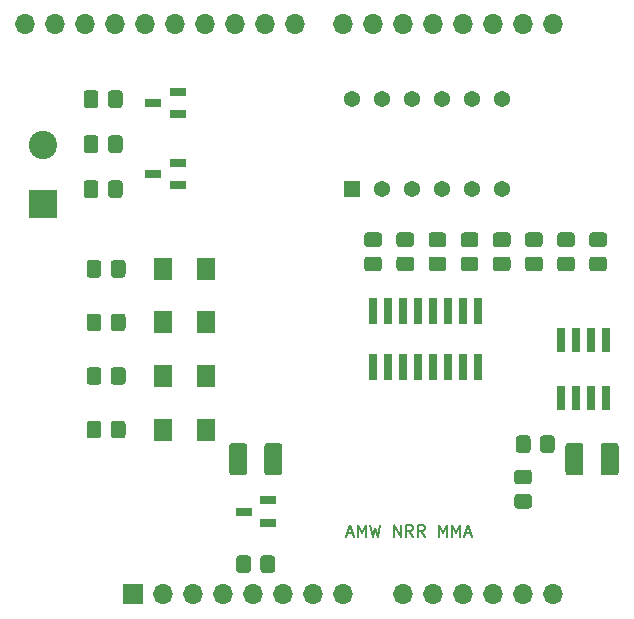
<source format=gbr>
%TF.GenerationSoftware,KiCad,Pcbnew,(5.1.6)-1*%
%TF.CreationDate,2020-09-19T20:41:12-05:00*%
%TF.ProjectId,voltmeter,766f6c74-6d65-4746-9572-2e6b69636164,rev?*%
%TF.SameCoordinates,Original*%
%TF.FileFunction,Soldermask,Top*%
%TF.FilePolarity,Negative*%
%FSLAX46Y46*%
G04 Gerber Fmt 4.6, Leading zero omitted, Abs format (unit mm)*
G04 Created by KiCad (PCBNEW (5.1.6)-1) date 2020-09-19 20:41:12*
%MOMM*%
%LPD*%
G01*
G04 APERTURE LIST*
%ADD10C,0.150000*%
%ADD11C,1.371600*%
%ADD12R,1.371600X1.371600*%
%ADD13O,1.701600X1.701600*%
%ADD14R,1.701600X1.701600*%
%ADD15R,1.440000X0.740000*%
%ADD16R,0.660400X2.082800*%
%ADD17R,0.660400X2.286000*%
%ADD18C,2.401600*%
%ADD19R,2.401600X2.401600*%
%ADD20R,1.601600X1.901600*%
G04 APERTURE END LIST*
D10*
X143859904Y-123102666D02*
X144336095Y-123102666D01*
X143764666Y-123388380D02*
X144098000Y-122388380D01*
X144431333Y-123388380D01*
X144764666Y-123388380D02*
X144764666Y-122388380D01*
X145098000Y-123102666D01*
X145431333Y-122388380D01*
X145431333Y-123388380D01*
X145812285Y-122388380D02*
X146050380Y-123388380D01*
X146240857Y-122674095D01*
X146431333Y-123388380D01*
X146669428Y-122388380D01*
X147812285Y-123388380D02*
X147812285Y-122388380D01*
X148383714Y-123388380D01*
X148383714Y-122388380D01*
X149431333Y-123388380D02*
X149098000Y-122912190D01*
X148859904Y-123388380D02*
X148859904Y-122388380D01*
X149240857Y-122388380D01*
X149336095Y-122436000D01*
X149383714Y-122483619D01*
X149431333Y-122578857D01*
X149431333Y-122721714D01*
X149383714Y-122816952D01*
X149336095Y-122864571D01*
X149240857Y-122912190D01*
X148859904Y-122912190D01*
X150431333Y-123388380D02*
X150098000Y-122912190D01*
X149859904Y-123388380D02*
X149859904Y-122388380D01*
X150240857Y-122388380D01*
X150336095Y-122436000D01*
X150383714Y-122483619D01*
X150431333Y-122578857D01*
X150431333Y-122721714D01*
X150383714Y-122816952D01*
X150336095Y-122864571D01*
X150240857Y-122912190D01*
X149859904Y-122912190D01*
X151621809Y-123388380D02*
X151621809Y-122388380D01*
X151955142Y-123102666D01*
X152288476Y-122388380D01*
X152288476Y-123388380D01*
X152764666Y-123388380D02*
X152764666Y-122388380D01*
X153098000Y-123102666D01*
X153431333Y-122388380D01*
X153431333Y-123388380D01*
X153859904Y-123102666D02*
X154336095Y-123102666D01*
X153764666Y-123388380D02*
X154098000Y-122388380D01*
X154431333Y-123388380D01*
%TO.C,C3*%
G36*
G01*
X163858800Y-115732025D02*
X163858800Y-117947975D01*
G75*
G02*
X163590975Y-118215800I-267825J0D01*
G01*
X162600025Y-118215800D01*
G75*
G02*
X162332200Y-117947975I0J267825D01*
G01*
X162332200Y-115732025D01*
G75*
G02*
X162600025Y-115464200I267825J0D01*
G01*
X163590975Y-115464200D01*
G75*
G02*
X163858800Y-115732025I0J-267825D01*
G01*
G37*
G36*
G01*
X166833800Y-115732025D02*
X166833800Y-117947975D01*
G75*
G02*
X166565975Y-118215800I-267825J0D01*
G01*
X165575025Y-118215800D01*
G75*
G02*
X165307200Y-117947975I0J267825D01*
G01*
X165307200Y-115732025D01*
G75*
G02*
X165575025Y-115464200I267825J0D01*
G01*
X166565975Y-115464200D01*
G75*
G02*
X166833800Y-115732025I0J-267825D01*
G01*
G37*
%TD*%
%TO.C,C2*%
G36*
G01*
X135386801Y-115732025D02*
X135386801Y-117947975D01*
G75*
G02*
X135118976Y-118215800I-267825J0D01*
G01*
X134128026Y-118215800D01*
G75*
G02*
X133860201Y-117947975I0J267825D01*
G01*
X133860201Y-115732025D01*
G75*
G02*
X134128026Y-115464200I267825J0D01*
G01*
X135118976Y-115464200D01*
G75*
G02*
X135386801Y-115732025I0J-267825D01*
G01*
G37*
G36*
G01*
X138361801Y-115732025D02*
X138361801Y-117947975D01*
G75*
G02*
X138093976Y-118215800I-267825J0D01*
G01*
X137103026Y-118215800D01*
G75*
G02*
X136835201Y-117947975I0J267825D01*
G01*
X136835201Y-115732025D01*
G75*
G02*
X137103026Y-115464200I267825J0D01*
G01*
X138093976Y-115464200D01*
G75*
G02*
X138361801Y-115732025I0J-267825D01*
G01*
G37*
%TD*%
D11*
%TO.C,LED0*%
X144272000Y-86360000D03*
X146812000Y-86360000D03*
X149352000Y-86360000D03*
X151892000Y-86360000D03*
X154432000Y-86360000D03*
X156972000Y-86360000D03*
X156972000Y-93980000D03*
X154432000Y-93980000D03*
X151892000Y-93980000D03*
X149352000Y-93980000D03*
X146812000Y-93980000D03*
D12*
X144272000Y-93980000D03*
%TD*%
D13*
%TO.C,A0*%
X158750000Y-80010000D03*
X161290000Y-80010000D03*
X121670000Y-80010000D03*
X161290000Y-128270000D03*
X124210000Y-80010000D03*
X158750000Y-128270000D03*
X126750000Y-80010000D03*
X156210000Y-128270000D03*
X129290000Y-80010000D03*
X153670000Y-128270000D03*
X131830000Y-80010000D03*
X151130000Y-128270000D03*
X134370000Y-80010000D03*
X148590000Y-128270000D03*
X136910000Y-80010000D03*
X143510000Y-128270000D03*
X139450000Y-80010000D03*
X140970000Y-128270000D03*
X143510000Y-80010000D03*
X138430000Y-128270000D03*
X146050000Y-80010000D03*
X135890000Y-128270000D03*
X148590000Y-80010000D03*
X133350000Y-128270000D03*
X151130000Y-80010000D03*
X130810000Y-128270000D03*
X153670000Y-80010000D03*
X128270000Y-128270000D03*
X156210000Y-80010000D03*
D14*
X125730000Y-128270000D03*
D13*
X119130000Y-80010000D03*
X116590000Y-80010000D03*
%TD*%
D15*
%TO.C,VR1*%
X137186001Y-122235000D03*
X137186001Y-120335000D03*
X135086001Y-121285000D03*
%TD*%
D16*
%TO.C,U2*%
X165735000Y-111683800D03*
X164465000Y-111683800D03*
X163195000Y-111683800D03*
X161925000Y-111683800D03*
X161925000Y-106756200D03*
X163195000Y-106756200D03*
X164465000Y-106756200D03*
X165735000Y-106756200D03*
%TD*%
D17*
%TO.C,U1*%
X154940000Y-109042200D03*
X153670000Y-109042200D03*
X152400000Y-109042200D03*
X151130000Y-109042200D03*
X149860000Y-109042200D03*
X148590000Y-109042200D03*
X147320000Y-109042200D03*
X146050000Y-109042200D03*
X146050000Y-104317800D03*
X147320000Y-104317800D03*
X148590000Y-104317800D03*
X149860000Y-104317800D03*
X151130000Y-104317800D03*
X152400000Y-104317800D03*
X153670000Y-104317800D03*
X154940000Y-104317800D03*
%TD*%
%TO.C,R16*%
G36*
G01*
X123035800Y-113853188D02*
X123035800Y-114810616D01*
G75*
G02*
X122763714Y-115082702I-272086J0D01*
G01*
X122056286Y-115082702D01*
G75*
G02*
X121784200Y-114810616I0J272086D01*
G01*
X121784200Y-113853188D01*
G75*
G02*
X122056286Y-113581102I272086J0D01*
G01*
X122763714Y-113581102D01*
G75*
G02*
X123035800Y-113853188I0J-272086D01*
G01*
G37*
G36*
G01*
X125085800Y-113853188D02*
X125085800Y-114810616D01*
G75*
G02*
X124813714Y-115082702I-272086J0D01*
G01*
X124106286Y-115082702D01*
G75*
G02*
X123834200Y-114810616I0J272086D01*
G01*
X123834200Y-113853188D01*
G75*
G02*
X124106286Y-113581102I272086J0D01*
G01*
X124813714Y-113581102D01*
G75*
G02*
X125085800Y-113853188I0J-272086D01*
G01*
G37*
%TD*%
%TO.C,R15*%
G36*
G01*
X123035800Y-109316363D02*
X123035800Y-110273791D01*
G75*
G02*
X122763714Y-110545877I-272086J0D01*
G01*
X122056286Y-110545877D01*
G75*
G02*
X121784200Y-110273791I0J272086D01*
G01*
X121784200Y-109316363D01*
G75*
G02*
X122056286Y-109044277I272086J0D01*
G01*
X122763714Y-109044277D01*
G75*
G02*
X123035800Y-109316363I0J-272086D01*
G01*
G37*
G36*
G01*
X125085800Y-109316363D02*
X125085800Y-110273791D01*
G75*
G02*
X124813714Y-110545877I-272086J0D01*
G01*
X124106286Y-110545877D01*
G75*
G02*
X123834200Y-110273791I0J272086D01*
G01*
X123834200Y-109316363D01*
G75*
G02*
X124106286Y-109044277I272086J0D01*
G01*
X124813714Y-109044277D01*
G75*
G02*
X125085800Y-109316363I0J-272086D01*
G01*
G37*
%TD*%
%TO.C,R14*%
G36*
G01*
X123035800Y-100242713D02*
X123035800Y-101200141D01*
G75*
G02*
X122763714Y-101472227I-272086J0D01*
G01*
X122056286Y-101472227D01*
G75*
G02*
X121784200Y-101200141I0J272086D01*
G01*
X121784200Y-100242713D01*
G75*
G02*
X122056286Y-99970627I272086J0D01*
G01*
X122763714Y-99970627D01*
G75*
G02*
X123035800Y-100242713I0J-272086D01*
G01*
G37*
G36*
G01*
X125085800Y-100242713D02*
X125085800Y-101200141D01*
G75*
G02*
X124813714Y-101472227I-272086J0D01*
G01*
X124106286Y-101472227D01*
G75*
G02*
X123834200Y-101200141I0J272086D01*
G01*
X123834200Y-100242713D01*
G75*
G02*
X124106286Y-99970627I272086J0D01*
G01*
X124813714Y-99970627D01*
G75*
G02*
X125085800Y-100242713I0J-272086D01*
G01*
G37*
%TD*%
%TO.C,R13*%
G36*
G01*
X123035800Y-104779538D02*
X123035800Y-105736966D01*
G75*
G02*
X122763714Y-106009052I-272086J0D01*
G01*
X122056286Y-106009052D01*
G75*
G02*
X121784200Y-105736966I0J272086D01*
G01*
X121784200Y-104779538D01*
G75*
G02*
X122056286Y-104507452I272086J0D01*
G01*
X122763714Y-104507452D01*
G75*
G02*
X123035800Y-104779538I0J-272086D01*
G01*
G37*
G36*
G01*
X125085800Y-104779538D02*
X125085800Y-105736966D01*
G75*
G02*
X124813714Y-106009052I-272086J0D01*
G01*
X124106286Y-106009052D01*
G75*
G02*
X123834200Y-105736966I0J272086D01*
G01*
X123834200Y-104779538D01*
G75*
G02*
X124106286Y-104507452I272086J0D01*
G01*
X124813714Y-104507452D01*
G75*
G02*
X125085800Y-104779538I0J-272086D01*
G01*
G37*
%TD*%
%TO.C,R12*%
G36*
G01*
X158271286Y-119779200D02*
X159228714Y-119779200D01*
G75*
G02*
X159500800Y-120051286I0J-272086D01*
G01*
X159500800Y-120758714D01*
G75*
G02*
X159228714Y-121030800I-272086J0D01*
G01*
X158271286Y-121030800D01*
G75*
G02*
X157999200Y-120758714I0J272086D01*
G01*
X157999200Y-120051286D01*
G75*
G02*
X158271286Y-119779200I272086J0D01*
G01*
G37*
G36*
G01*
X158271286Y-117729200D02*
X159228714Y-117729200D01*
G75*
G02*
X159500800Y-118001286I0J-272086D01*
G01*
X159500800Y-118708714D01*
G75*
G02*
X159228714Y-118980800I-272086J0D01*
G01*
X158271286Y-118980800D01*
G75*
G02*
X157999200Y-118708714I0J272086D01*
G01*
X157999200Y-118001286D01*
G75*
G02*
X158271286Y-117729200I272086J0D01*
G01*
G37*
%TD*%
%TO.C,R11*%
G36*
G01*
X160174200Y-116048714D02*
X160174200Y-115091286D01*
G75*
G02*
X160446286Y-114819200I272086J0D01*
G01*
X161153714Y-114819200D01*
G75*
G02*
X161425800Y-115091286I0J-272086D01*
G01*
X161425800Y-116048714D01*
G75*
G02*
X161153714Y-116320800I-272086J0D01*
G01*
X160446286Y-116320800D01*
G75*
G02*
X160174200Y-116048714I0J272086D01*
G01*
G37*
G36*
G01*
X158124200Y-116048714D02*
X158124200Y-115091286D01*
G75*
G02*
X158396286Y-114819200I272086J0D01*
G01*
X159103714Y-114819200D01*
G75*
G02*
X159375800Y-115091286I0J-272086D01*
G01*
X159375800Y-116048714D01*
G75*
G02*
X159103714Y-116320800I-272086J0D01*
G01*
X158396286Y-116320800D01*
G75*
G02*
X158124200Y-116048714I0J272086D01*
G01*
G37*
%TD*%
%TO.C,R10*%
G36*
G01*
X159178426Y-99684200D02*
X160135854Y-99684200D01*
G75*
G02*
X160407940Y-99956286I0J-272086D01*
G01*
X160407940Y-100663714D01*
G75*
G02*
X160135854Y-100935800I-272086J0D01*
G01*
X159178426Y-100935800D01*
G75*
G02*
X158906340Y-100663714I0J272086D01*
G01*
X158906340Y-99956286D01*
G75*
G02*
X159178426Y-99684200I272086J0D01*
G01*
G37*
G36*
G01*
X159178426Y-97634200D02*
X160135854Y-97634200D01*
G75*
G02*
X160407940Y-97906286I0J-272086D01*
G01*
X160407940Y-98613714D01*
G75*
G02*
X160135854Y-98885800I-272086J0D01*
G01*
X159178426Y-98885800D01*
G75*
G02*
X158906340Y-98613714I0J272086D01*
G01*
X158906340Y-97906286D01*
G75*
G02*
X159178426Y-97634200I272086J0D01*
G01*
G37*
%TD*%
%TO.C,R9*%
G36*
G01*
X161899854Y-99684200D02*
X162857282Y-99684200D01*
G75*
G02*
X163129368Y-99956286I0J-272086D01*
G01*
X163129368Y-100663714D01*
G75*
G02*
X162857282Y-100935800I-272086J0D01*
G01*
X161899854Y-100935800D01*
G75*
G02*
X161627768Y-100663714I0J272086D01*
G01*
X161627768Y-99956286D01*
G75*
G02*
X161899854Y-99684200I272086J0D01*
G01*
G37*
G36*
G01*
X161899854Y-97634200D02*
X162857282Y-97634200D01*
G75*
G02*
X163129368Y-97906286I0J-272086D01*
G01*
X163129368Y-98613714D01*
G75*
G02*
X162857282Y-98885800I-272086J0D01*
G01*
X161899854Y-98885800D01*
G75*
G02*
X161627768Y-98613714I0J272086D01*
G01*
X161627768Y-97906286D01*
G75*
G02*
X161899854Y-97634200I272086J0D01*
G01*
G37*
%TD*%
%TO.C,R8*%
G36*
G01*
X164621286Y-99684200D02*
X165578714Y-99684200D01*
G75*
G02*
X165850800Y-99956286I0J-272086D01*
G01*
X165850800Y-100663714D01*
G75*
G02*
X165578714Y-100935800I-272086J0D01*
G01*
X164621286Y-100935800D01*
G75*
G02*
X164349200Y-100663714I0J272086D01*
G01*
X164349200Y-99956286D01*
G75*
G02*
X164621286Y-99684200I272086J0D01*
G01*
G37*
G36*
G01*
X164621286Y-97634200D02*
X165578714Y-97634200D01*
G75*
G02*
X165850800Y-97906286I0J-272086D01*
G01*
X165850800Y-98613714D01*
G75*
G02*
X165578714Y-98885800I-272086J0D01*
G01*
X164621286Y-98885800D01*
G75*
G02*
X164349200Y-98613714I0J272086D01*
G01*
X164349200Y-97906286D01*
G75*
G02*
X164621286Y-97634200I272086J0D01*
G01*
G37*
%TD*%
%TO.C,R7*%
G36*
G01*
X156456998Y-99684200D02*
X157414426Y-99684200D01*
G75*
G02*
X157686512Y-99956286I0J-272086D01*
G01*
X157686512Y-100663714D01*
G75*
G02*
X157414426Y-100935800I-272086J0D01*
G01*
X156456998Y-100935800D01*
G75*
G02*
X156184912Y-100663714I0J272086D01*
G01*
X156184912Y-99956286D01*
G75*
G02*
X156456998Y-99684200I272086J0D01*
G01*
G37*
G36*
G01*
X156456998Y-97634200D02*
X157414426Y-97634200D01*
G75*
G02*
X157686512Y-97906286I0J-272086D01*
G01*
X157686512Y-98613714D01*
G75*
G02*
X157414426Y-98885800I-272086J0D01*
G01*
X156456998Y-98885800D01*
G75*
G02*
X156184912Y-98613714I0J272086D01*
G01*
X156184912Y-97906286D01*
G75*
G02*
X156456998Y-97634200I272086J0D01*
G01*
G37*
%TD*%
%TO.C,R6*%
G36*
G01*
X153735570Y-99684200D02*
X154692998Y-99684200D01*
G75*
G02*
X154965084Y-99956286I0J-272086D01*
G01*
X154965084Y-100663714D01*
G75*
G02*
X154692998Y-100935800I-272086J0D01*
G01*
X153735570Y-100935800D01*
G75*
G02*
X153463484Y-100663714I0J272086D01*
G01*
X153463484Y-99956286D01*
G75*
G02*
X153735570Y-99684200I272086J0D01*
G01*
G37*
G36*
G01*
X153735570Y-97634200D02*
X154692998Y-97634200D01*
G75*
G02*
X154965084Y-97906286I0J-272086D01*
G01*
X154965084Y-98613714D01*
G75*
G02*
X154692998Y-98885800I-272086J0D01*
G01*
X153735570Y-98885800D01*
G75*
G02*
X153463484Y-98613714I0J272086D01*
G01*
X153463484Y-97906286D01*
G75*
G02*
X153735570Y-97634200I272086J0D01*
G01*
G37*
%TD*%
%TO.C,R5*%
G36*
G01*
X151014142Y-99684200D02*
X151971570Y-99684200D01*
G75*
G02*
X152243656Y-99956286I0J-272086D01*
G01*
X152243656Y-100663714D01*
G75*
G02*
X151971570Y-100935800I-272086J0D01*
G01*
X151014142Y-100935800D01*
G75*
G02*
X150742056Y-100663714I0J272086D01*
G01*
X150742056Y-99956286D01*
G75*
G02*
X151014142Y-99684200I272086J0D01*
G01*
G37*
G36*
G01*
X151014142Y-97634200D02*
X151971570Y-97634200D01*
G75*
G02*
X152243656Y-97906286I0J-272086D01*
G01*
X152243656Y-98613714D01*
G75*
G02*
X151971570Y-98885800I-272086J0D01*
G01*
X151014142Y-98885800D01*
G75*
G02*
X150742056Y-98613714I0J272086D01*
G01*
X150742056Y-97906286D01*
G75*
G02*
X151014142Y-97634200I272086J0D01*
G01*
G37*
%TD*%
%TO.C,R4*%
G36*
G01*
X148292714Y-99684200D02*
X149250142Y-99684200D01*
G75*
G02*
X149522228Y-99956286I0J-272086D01*
G01*
X149522228Y-100663714D01*
G75*
G02*
X149250142Y-100935800I-272086J0D01*
G01*
X148292714Y-100935800D01*
G75*
G02*
X148020628Y-100663714I0J272086D01*
G01*
X148020628Y-99956286D01*
G75*
G02*
X148292714Y-99684200I272086J0D01*
G01*
G37*
G36*
G01*
X148292714Y-97634200D02*
X149250142Y-97634200D01*
G75*
G02*
X149522228Y-97906286I0J-272086D01*
G01*
X149522228Y-98613714D01*
G75*
G02*
X149250142Y-98885800I-272086J0D01*
G01*
X148292714Y-98885800D01*
G75*
G02*
X148020628Y-98613714I0J272086D01*
G01*
X148020628Y-97906286D01*
G75*
G02*
X148292714Y-97634200I272086J0D01*
G01*
G37*
%TD*%
%TO.C,R3*%
G36*
G01*
X145571286Y-99684200D02*
X146528714Y-99684200D01*
G75*
G02*
X146800800Y-99956286I0J-272086D01*
G01*
X146800800Y-100663714D01*
G75*
G02*
X146528714Y-100935800I-272086J0D01*
G01*
X145571286Y-100935800D01*
G75*
G02*
X145299200Y-100663714I0J272086D01*
G01*
X145299200Y-99956286D01*
G75*
G02*
X145571286Y-99684200I272086J0D01*
G01*
G37*
G36*
G01*
X145571286Y-97634200D02*
X146528714Y-97634200D01*
G75*
G02*
X146800800Y-97906286I0J-272086D01*
G01*
X146800800Y-98613714D01*
G75*
G02*
X146528714Y-98885800I-272086J0D01*
G01*
X145571286Y-98885800D01*
G75*
G02*
X145299200Y-98613714I0J272086D01*
G01*
X145299200Y-97906286D01*
G75*
G02*
X145571286Y-97634200I272086J0D01*
G01*
G37*
%TD*%
%TO.C,R2*%
G36*
G01*
X123589200Y-86838714D02*
X123589200Y-85881286D01*
G75*
G02*
X123861286Y-85609200I272086J0D01*
G01*
X124568714Y-85609200D01*
G75*
G02*
X124840800Y-85881286I0J-272086D01*
G01*
X124840800Y-86838714D01*
G75*
G02*
X124568714Y-87110800I-272086J0D01*
G01*
X123861286Y-87110800D01*
G75*
G02*
X123589200Y-86838714I0J272086D01*
G01*
G37*
G36*
G01*
X121539200Y-86838714D02*
X121539200Y-85881286D01*
G75*
G02*
X121811286Y-85609200I272086J0D01*
G01*
X122518714Y-85609200D01*
G75*
G02*
X122790800Y-85881286I0J-272086D01*
G01*
X122790800Y-86838714D01*
G75*
G02*
X122518714Y-87110800I-272086J0D01*
G01*
X121811286Y-87110800D01*
G75*
G02*
X121539200Y-86838714I0J272086D01*
G01*
G37*
%TD*%
%TO.C,R1*%
G36*
G01*
X123589200Y-94458714D02*
X123589200Y-93501286D01*
G75*
G02*
X123861286Y-93229200I272086J0D01*
G01*
X124568714Y-93229200D01*
G75*
G02*
X124840800Y-93501286I0J-272086D01*
G01*
X124840800Y-94458714D01*
G75*
G02*
X124568714Y-94730800I-272086J0D01*
G01*
X123861286Y-94730800D01*
G75*
G02*
X123589200Y-94458714I0J272086D01*
G01*
G37*
G36*
G01*
X121539200Y-94458714D02*
X121539200Y-93501286D01*
G75*
G02*
X121811286Y-93229200I272086J0D01*
G01*
X122518714Y-93229200D01*
G75*
G02*
X122790800Y-93501286I0J-272086D01*
G01*
X122790800Y-94458714D01*
G75*
G02*
X122518714Y-94730800I-272086J0D01*
G01*
X121811286Y-94730800D01*
G75*
G02*
X121539200Y-94458714I0J272086D01*
G01*
G37*
%TD*%
%TO.C,R0*%
G36*
G01*
X123589200Y-90648714D02*
X123589200Y-89691286D01*
G75*
G02*
X123861286Y-89419200I272086J0D01*
G01*
X124568714Y-89419200D01*
G75*
G02*
X124840800Y-89691286I0J-272086D01*
G01*
X124840800Y-90648714D01*
G75*
G02*
X124568714Y-90920800I-272086J0D01*
G01*
X123861286Y-90920800D01*
G75*
G02*
X123589200Y-90648714I0J272086D01*
G01*
G37*
G36*
G01*
X121539200Y-90648714D02*
X121539200Y-89691286D01*
G75*
G02*
X121811286Y-89419200I272086J0D01*
G01*
X122518714Y-89419200D01*
G75*
G02*
X122790800Y-89691286I0J-272086D01*
G01*
X122790800Y-90648714D01*
G75*
G02*
X122518714Y-90920800I-272086J0D01*
G01*
X121811286Y-90920800D01*
G75*
G02*
X121539200Y-90648714I0J272086D01*
G01*
G37*
%TD*%
D15*
%TO.C,Q2*%
X129540000Y-87630000D03*
X129540000Y-85730000D03*
X127440000Y-86680000D03*
%TD*%
%TO.C,Q1*%
X129540000Y-93660000D03*
X129540000Y-91760000D03*
X127440000Y-92710000D03*
%TD*%
D18*
%TO.C,J0*%
X118110000Y-90250000D03*
D19*
X118110000Y-95250000D03*
%TD*%
D20*
%TO.C,D4*%
X128270000Y-114331902D03*
X131870000Y-114331902D03*
%TD*%
%TO.C,D3*%
X128270000Y-109795077D03*
X131870000Y-109795077D03*
%TD*%
%TO.C,D2*%
X128270000Y-100721427D03*
X131870000Y-100721427D03*
%TD*%
%TO.C,D1*%
X128270000Y-105258252D03*
X131870000Y-105258252D03*
%TD*%
%TO.C,C1*%
G36*
G01*
X135711801Y-125251286D02*
X135711801Y-126208714D01*
G75*
G02*
X135439715Y-126480800I-272086J0D01*
G01*
X134732287Y-126480800D01*
G75*
G02*
X134460201Y-126208714I0J272086D01*
G01*
X134460201Y-125251286D01*
G75*
G02*
X134732287Y-124979200I272086J0D01*
G01*
X135439715Y-124979200D01*
G75*
G02*
X135711801Y-125251286I0J-272086D01*
G01*
G37*
G36*
G01*
X137761801Y-125251286D02*
X137761801Y-126208714D01*
G75*
G02*
X137489715Y-126480800I-272086J0D01*
G01*
X136782287Y-126480800D01*
G75*
G02*
X136510201Y-126208714I0J272086D01*
G01*
X136510201Y-125251286D01*
G75*
G02*
X136782287Y-124979200I272086J0D01*
G01*
X137489715Y-124979200D01*
G75*
G02*
X137761801Y-125251286I0J-272086D01*
G01*
G37*
%TD*%
M02*

</source>
